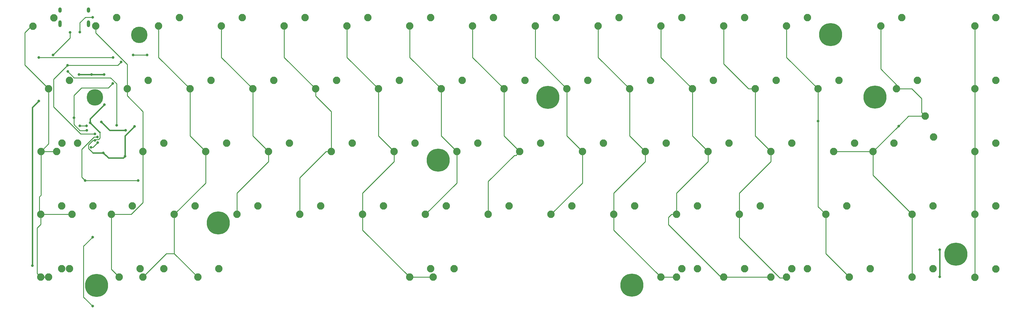
<source format=gbr>
G04 #@! TF.GenerationSoftware,KiCad,Pcbnew,(5.1.9-0-10_14)*
G04 #@! TF.CreationDate,2021-07-16T17:28:01+01:00*
G04 #@! TF.ProjectId,Draytronics-Elise-PCB V2,44726179-7472-46f6-9e69-63732d456c69,rev?*
G04 #@! TF.SameCoordinates,Original*
G04 #@! TF.FileFunction,Copper,L1,Top*
G04 #@! TF.FilePolarity,Positive*
%FSLAX46Y46*%
G04 Gerber Fmt 4.6, Leading zero omitted, Abs format (unit mm)*
G04 Created by KiCad (PCBNEW (5.1.9-0-10_14)) date 2021-07-16 17:28:01*
%MOMM*%
%LPD*%
G01*
G04 APERTURE LIST*
G04 #@! TA.AperFunction,ComponentPad*
%ADD10C,2.250000*%
G04 #@! TD*
G04 #@! TA.AperFunction,ComponentPad*
%ADD11C,7.000240*%
G04 #@! TD*
G04 #@! TA.AperFunction,ComponentPad*
%ADD12C,1.000000*%
G04 #@! TD*
G04 #@! TA.AperFunction,ComponentPad*
%ADD13C,5.000000*%
G04 #@! TD*
G04 #@! TA.AperFunction,ComponentPad*
%ADD14O,1.000000X2.100000*%
G04 #@! TD*
G04 #@! TA.AperFunction,ComponentPad*
%ADD15O,1.000000X1.600000*%
G04 #@! TD*
G04 #@! TA.AperFunction,ViaPad*
%ADD16C,0.800000*%
G04 #@! TD*
G04 #@! TA.AperFunction,Conductor*
%ADD17C,0.381000*%
G04 #@! TD*
G04 #@! TA.AperFunction,Conductor*
%ADD18C,0.250000*%
G04 #@! TD*
G04 APERTURE END LIST*
D10*
G04 #@! TO.P,MX14,2*
G04 #@! TO.N,Net-(D14-Pad2)*
X293573200Y-29768800D03*
G04 #@! TO.P,MX14,1*
G04 #@! TO.N,COL13*
X287223200Y-32308800D03*
G04 #@! TD*
G04 #@! TO.P,MX73,2*
G04 #@! TO.N,Net-(D69-Pad2)*
X322127880Y-105973880D03*
G04 #@! TO.P,MX73,1*
G04 #@! TO.N,COL14*
X315777880Y-108513880D03*
G04 #@! TD*
G04 #@! TO.P,MX1,1*
G04 #@! TO.N,COL0*
X30043120Y-32324040D03*
G04 #@! TO.P,MX1,2*
G04 #@! TO.N,Net-(D1-Pad2)*
X36393120Y-29784040D03*
G04 #@! TD*
G04 #@! TO.P,MX64,2*
G04 #@! TO.N,Net-(D60-Pad2)*
X38785800Y-105968800D03*
G04 #@! TO.P,MX64,1*
G04 #@! TO.N,COL0*
X32435800Y-108508800D03*
G04 #@! TD*
G04 #@! TO.P,MX74,2*
G04 #@! TO.N,Net-(D60-Pad2)*
X41148000Y-105968800D03*
G04 #@! TO.P,MX74,1*
G04 #@! TO.N,COL0*
X34798000Y-108508800D03*
G04 #@! TD*
D11*
G04 #@! TO.P,REF\u002A\u002A,1*
G04 #@! TO.N,N/C*
X86243160Y-92059760D03*
D12*
X86243160Y-89759760D03*
X87443160Y-89759760D03*
X85043160Y-89759760D03*
X86243160Y-94359760D03*
X85043160Y-94359760D03*
X87443160Y-94359760D03*
G04 #@! TD*
G04 #@! TO.P,REF\u002A\u002A,1*
G04 #@! TO.N,N/C*
X212975040Y-113247200D03*
X210575040Y-113247200D03*
X211775040Y-113247200D03*
X210575040Y-108647200D03*
X212975040Y-108647200D03*
X211775040Y-108647200D03*
D11*
X211775040Y-110947200D03*
G04 #@! TD*
G04 #@! TO.P,REF\u002A\u002A,1*
G04 #@! TO.N,N/C*
X310063080Y-101523520D03*
D12*
X310063080Y-99223520D03*
X311263080Y-99223520D03*
X308863080Y-99223520D03*
X310063080Y-103823520D03*
X308863080Y-103823520D03*
X311263080Y-103823520D03*
G04 #@! TD*
G04 #@! TO.P,REF\u002A\u002A,1*
G04 #@! TO.N,N/C*
X286716320Y-56178480D03*
X284316320Y-56178480D03*
X285516320Y-56178480D03*
X284316320Y-51578480D03*
X286716320Y-51578480D03*
X285516320Y-51578480D03*
D11*
X285516320Y-53878480D03*
G04 #@! TD*
G04 #@! TO.P,REF\u002A\u002A,1*
G04 #@! TO.N,N/C*
X272039080Y-34904680D03*
D12*
X272039080Y-32604680D03*
X273239080Y-32604680D03*
X270839080Y-32604680D03*
X272039080Y-37204680D03*
X270839080Y-37204680D03*
X273239080Y-37204680D03*
G04 #@! TD*
G04 #@! TO.P,REF\u002A\u002A,1*
G04 #@! TO.N,N/C*
X187473440Y-56214040D03*
X185073440Y-56214040D03*
X186273440Y-56214040D03*
X185073440Y-51614040D03*
X187473440Y-51614040D03*
X186273440Y-51614040D03*
D11*
X186273440Y-53914040D03*
G04 #@! TD*
G04 #@! TO.P,REF\u002A\u002A,1*
G04 #@! TO.N,N/C*
X152948640Y-72964040D03*
D12*
X152948640Y-70664040D03*
X154148640Y-70664040D03*
X151748640Y-70664040D03*
X152948640Y-75264040D03*
X151748640Y-75264040D03*
X154148640Y-75264040D03*
G04 #@! TD*
G04 #@! TO.P,REF\u002A\u002A,1*
G04 #@! TO.N,N/C*
X50516640Y-113338640D03*
X48116640Y-113338640D03*
X49316640Y-113338640D03*
X48116640Y-108738640D03*
X50516640Y-108738640D03*
X49316640Y-108738640D03*
D11*
X49316640Y-111038640D03*
G04 #@! TD*
D13*
G04 #@! TO.P,REF\u002A\u002A,1*
G04 #@! TO.N,N/C*
X48818800Y-53924200D03*
G04 #@! TD*
G04 #@! TO.P,REF\u002A\u002A,1*
G04 #@! TO.N,N/C*
X62331600Y-34950400D03*
G04 #@! TD*
D14*
G04 #@! TO.P,USB1,13*
G04 #@! TO.N,GND*
X38224800Y-31630600D03*
X46864800Y-31630600D03*
D15*
X38224800Y-27450600D03*
X46864800Y-27450600D03*
G04 #@! TD*
D10*
G04 #@! TO.P,MX78,2*
G04 #@! TO.N,Net-(D65-Pad2)*
X260223000Y-105968800D03*
G04 #@! TO.P,MX78,1*
G04 #@! TO.N,COL10*
X253873000Y-108508800D03*
G04 #@! TD*
G04 #@! TO.P,MX77,2*
G04 #@! TO.N,Net-(D64-Pad2)*
X231648000Y-105968800D03*
G04 #@! TO.P,MX77,1*
G04 #@! TO.N,COL9*
X225298000Y-108508800D03*
G04 #@! TD*
G04 #@! TO.P,MX76,2*
G04 #@! TO.N,Net-(D63-Pad2)*
X150672800Y-105968800D03*
G04 #@! TO.P,MX76,1*
G04 #@! TO.N,COL5*
X144322800Y-108508800D03*
G04 #@! TD*
G04 #@! TO.P,MX75,2*
G04 #@! TO.N,Net-(D62-Pad2)*
X69723000Y-105968800D03*
G04 #@! TO.P,MX75,1*
G04 #@! TO.N,COL2*
X63373000Y-108508800D03*
G04 #@! TD*
G04 #@! TO.P,MX67,2*
G04 #@! TO.N,Net-(D63-Pad2)*
X157835600Y-105968800D03*
G04 #@! TO.P,MX67,1*
G04 #@! TO.N,COL5*
X151485600Y-108508800D03*
G04 #@! TD*
G04 #@! TO.P,MX66,2*
G04 #@! TO.N,Net-(D62-Pad2)*
X86410800Y-105968800D03*
G04 #@! TO.P,MX66,1*
G04 #@! TO.N,COL2*
X80060800Y-108508800D03*
G04 #@! TD*
G04 #@! TO.P,MX65,2*
G04 #@! TO.N,Net-(D61-Pad2)*
X62585600Y-105968800D03*
G04 #@! TO.P,MX65,1*
G04 #@! TO.N,COL1*
X56235600Y-108508800D03*
G04 #@! TD*
G04 #@! TO.P,MX61,2*
G04 #@! TO.N,Net-(D57-Pad2)*
X276910800Y-86918800D03*
G04 #@! TO.P,MX61,1*
G04 #@! TO.N,COL12*
X270560800Y-89458800D03*
G04 #@! TD*
G04 #@! TO.P,MX49,2*
G04 #@! TO.N,Net-(D45-Pad2)*
X48285400Y-86918800D03*
G04 #@! TO.P,MX49,1*
G04 #@! TO.N,COL0*
X41935400Y-89458800D03*
G04 #@! TD*
G04 #@! TO.P,MX48,2*
G04 #@! TO.N,Net-(D45-Pad2)*
X38760400Y-86918800D03*
G04 #@! TO.P,MX48,1*
G04 #@! TO.N,COL0*
X32410400Y-89458800D03*
G04 #@! TD*
G04 #@! TO.P,MX45,2*
G04 #@! TO.N,Net-(D43-Pad2)*
X291236400Y-67868800D03*
G04 #@! TO.P,MX45,1*
G04 #@! TO.N,COL13*
X284886400Y-70408800D03*
G04 #@! TD*
G04 #@! TO.P,MX31,1*
G04 #@! TO.N,COL13*
X300736000Y-59613800D03*
G04 #@! TO.P,MX31,2*
G04 #@! TO.N,Net-(D29-Pad2)*
X303276000Y-65963800D03*
G04 #@! TD*
G04 #@! TO.P,MX72,2*
G04 #@! TO.N,Net-(D68-Pad2)*
X303072800Y-105968800D03*
G04 #@! TO.P,MX72,1*
G04 #@! TO.N,COL13*
X296722800Y-108508800D03*
G04 #@! TD*
G04 #@! TO.P,MX71,2*
G04 #@! TO.N,Net-(D67-Pad2)*
X284022800Y-105968800D03*
G04 #@! TO.P,MX71,1*
G04 #@! TO.N,COL12*
X277672800Y-108508800D03*
G04 #@! TD*
G04 #@! TO.P,MX70,2*
G04 #@! TO.N,Net-(D66-Pad2)*
X264972800Y-105968800D03*
G04 #@! TO.P,MX70,1*
G04 #@! TO.N,COL11*
X258622800Y-108508800D03*
G04 #@! TD*
G04 #@! TO.P,MX69,2*
G04 #@! TO.N,Net-(D65-Pad2)*
X245922800Y-105968800D03*
G04 #@! TO.P,MX69,1*
G04 #@! TO.N,COL10*
X239572800Y-108508800D03*
G04 #@! TD*
G04 #@! TO.P,MX68,2*
G04 #@! TO.N,Net-(D64-Pad2)*
X226872800Y-105968800D03*
G04 #@! TO.P,MX68,1*
G04 #@! TO.N,COL9*
X220522800Y-108508800D03*
G04 #@! TD*
G04 #@! TO.P,MX63,2*
G04 #@! TO.N,Net-(D59-Pad2)*
X322148200Y-86918800D03*
G04 #@! TO.P,MX63,1*
G04 #@! TO.N,COL14*
X315798200Y-89458800D03*
G04 #@! TD*
G04 #@! TO.P,MX62,2*
G04 #@! TO.N,Net-(D58-Pad2)*
X303098200Y-86918800D03*
G04 #@! TO.P,MX62,1*
G04 #@! TO.N,COL13*
X296748200Y-89458800D03*
G04 #@! TD*
G04 #@! TO.P,MX60,2*
G04 #@! TO.N,Net-(D56-Pad2)*
X250723400Y-86918800D03*
G04 #@! TO.P,MX60,1*
G04 #@! TO.N,COL11*
X244373400Y-89458800D03*
G04 #@! TD*
G04 #@! TO.P,MX59,2*
G04 #@! TO.N,Net-(D55-Pad2)*
X231673400Y-86918800D03*
G04 #@! TO.P,MX59,1*
G04 #@! TO.N,COL10*
X225323400Y-89458800D03*
G04 #@! TD*
G04 #@! TO.P,MX58,2*
G04 #@! TO.N,Net-(D54-Pad2)*
X212623400Y-86918800D03*
G04 #@! TO.P,MX58,1*
G04 #@! TO.N,COL9*
X206273400Y-89458800D03*
G04 #@! TD*
G04 #@! TO.P,MX57,2*
G04 #@! TO.N,Net-(D53-Pad2)*
X193573400Y-86918800D03*
G04 #@! TO.P,MX57,1*
G04 #@! TO.N,COL8*
X187223400Y-89458800D03*
G04 #@! TD*
G04 #@! TO.P,MX56,2*
G04 #@! TO.N,Net-(D52-Pad2)*
X174523400Y-86918800D03*
G04 #@! TO.P,MX56,1*
G04 #@! TO.N,COL7*
X168173400Y-89458800D03*
G04 #@! TD*
G04 #@! TO.P,MX55,2*
G04 #@! TO.N,Net-(D51-Pad2)*
X155473400Y-86918800D03*
G04 #@! TO.P,MX55,1*
G04 #@! TO.N,COL6*
X149123400Y-89458800D03*
G04 #@! TD*
G04 #@! TO.P,MX54,2*
G04 #@! TO.N,Net-(D50-Pad2)*
X136423400Y-86918800D03*
G04 #@! TO.P,MX54,1*
G04 #@! TO.N,COL5*
X130073400Y-89458800D03*
G04 #@! TD*
G04 #@! TO.P,MX53,2*
G04 #@! TO.N,Net-(D49-Pad2)*
X117373400Y-86918800D03*
G04 #@! TO.P,MX53,1*
G04 #@! TO.N,COL4*
X111023400Y-89458800D03*
G04 #@! TD*
G04 #@! TO.P,MX52,2*
G04 #@! TO.N,Net-(D48-Pad2)*
X98323400Y-86918800D03*
G04 #@! TO.P,MX52,1*
G04 #@! TO.N,COL3*
X91973400Y-89458800D03*
G04 #@! TD*
G04 #@! TO.P,MX51,2*
G04 #@! TO.N,Net-(D47-Pad2)*
X79273400Y-86918800D03*
G04 #@! TO.P,MX51,1*
G04 #@! TO.N,COL2*
X72923400Y-89458800D03*
G04 #@! TD*
G04 #@! TO.P,MX50,2*
G04 #@! TO.N,Net-(D46-Pad2)*
X60198000Y-86918800D03*
G04 #@! TO.P,MX50,1*
G04 #@! TO.N,COL1*
X53848000Y-89458800D03*
G04 #@! TD*
G04 #@! TO.P,MX47,2*
G04 #@! TO.N,Net-(D44-Pad2)*
X322148200Y-67868800D03*
G04 #@! TO.P,MX47,1*
G04 #@! TO.N,COL14*
X315798200Y-70408800D03*
G04 #@! TD*
G04 #@! TO.P,MX46,2*
G04 #@! TO.N,Net-(D43-Pad2)*
X279323800Y-67868800D03*
G04 #@! TO.P,MX46,1*
G04 #@! TO.N,COL13*
X272973800Y-70408800D03*
G04 #@! TD*
G04 #@! TO.P,MX44,2*
G04 #@! TO.N,Net-(D42-Pad2)*
X260273800Y-67868800D03*
G04 #@! TO.P,MX44,1*
G04 #@! TO.N,COL11*
X253923800Y-70408800D03*
G04 #@! TD*
G04 #@! TO.P,MX43,2*
G04 #@! TO.N,Net-(D41-Pad2)*
X241223800Y-67868800D03*
G04 #@! TO.P,MX43,1*
G04 #@! TO.N,COL10*
X234873800Y-70408800D03*
G04 #@! TD*
G04 #@! TO.P,MX42,2*
G04 #@! TO.N,Net-(D40-Pad2)*
X222173800Y-67868800D03*
G04 #@! TO.P,MX42,1*
G04 #@! TO.N,COL9*
X215823800Y-70408800D03*
G04 #@! TD*
G04 #@! TO.P,MX41,2*
G04 #@! TO.N,Net-(D39-Pad2)*
X203123800Y-67868800D03*
G04 #@! TO.P,MX41,1*
G04 #@! TO.N,COL8*
X196773800Y-70408800D03*
G04 #@! TD*
G04 #@! TO.P,MX40,2*
G04 #@! TO.N,Net-(D38-Pad2)*
X184073800Y-67868800D03*
G04 #@! TO.P,MX40,1*
G04 #@! TO.N,COL7*
X177723800Y-70408800D03*
G04 #@! TD*
G04 #@! TO.P,MX39,2*
G04 #@! TO.N,Net-(D37-Pad2)*
X165023800Y-67868800D03*
G04 #@! TO.P,MX39,1*
G04 #@! TO.N,COL6*
X158673800Y-70408800D03*
G04 #@! TD*
G04 #@! TO.P,MX38,2*
G04 #@! TO.N,Net-(D36-Pad2)*
X145973800Y-67868800D03*
G04 #@! TO.P,MX38,1*
G04 #@! TO.N,COL5*
X139623800Y-70408800D03*
G04 #@! TD*
G04 #@! TO.P,MX37,2*
G04 #@! TO.N,Net-(D35-Pad2)*
X126898400Y-67868800D03*
G04 #@! TO.P,MX37,1*
G04 #@! TO.N,COL4*
X120548400Y-70408800D03*
G04 #@! TD*
G04 #@! TO.P,MX36,2*
G04 #@! TO.N,Net-(D34-Pad2)*
X107848400Y-67868800D03*
G04 #@! TO.P,MX36,1*
G04 #@! TO.N,COL3*
X101498400Y-70408800D03*
G04 #@! TD*
G04 #@! TO.P,MX35,2*
G04 #@! TO.N,Net-(D33-Pad2)*
X88798400Y-67868800D03*
G04 #@! TO.P,MX35,1*
G04 #@! TO.N,COL2*
X82448400Y-70408800D03*
G04 #@! TD*
G04 #@! TO.P,MX34,2*
G04 #@! TO.N,Net-(D32-Pad2)*
X69748400Y-67868800D03*
G04 #@! TO.P,MX34,1*
G04 #@! TO.N,COL1*
X63398400Y-70408800D03*
G04 #@! TD*
G04 #@! TO.P,MX33,2*
G04 #@! TO.N,Net-(D31-Pad2)*
X43561000Y-67868800D03*
G04 #@! TO.P,MX33,1*
G04 #@! TO.N,COL0*
X37211000Y-70408800D03*
G04 #@! TD*
G04 #@! TO.P,MX32,2*
G04 #@! TO.N,Net-(D31-Pad2)*
X38811200Y-67843400D03*
G04 #@! TO.P,MX32,1*
G04 #@! TO.N,COL0*
X32461200Y-70383400D03*
G04 #@! TD*
G04 #@! TO.P,MX30,2*
G04 #@! TO.N,Net-(D30-Pad2)*
X322148200Y-48818800D03*
G04 #@! TO.P,MX30,1*
G04 #@! TO.N,COL14*
X315798200Y-51358800D03*
G04 #@! TD*
G04 #@! TO.P,MX29,2*
G04 #@! TO.N,Net-(D29-Pad2)*
X298323000Y-48818800D03*
G04 #@! TO.P,MX29,1*
G04 #@! TO.N,COL13*
X291973000Y-51358800D03*
G04 #@! TD*
G04 #@! TO.P,MX28,2*
G04 #@! TO.N,Net-(D28-Pad2)*
X274548600Y-48818800D03*
G04 #@! TO.P,MX28,1*
G04 #@! TO.N,COL12*
X268198600Y-51358800D03*
G04 #@! TD*
G04 #@! TO.P,MX27,2*
G04 #@! TO.N,Net-(D27-Pad2)*
X255524000Y-48818800D03*
G04 #@! TO.P,MX27,1*
G04 #@! TO.N,COL11*
X249174000Y-51358800D03*
G04 #@! TD*
G04 #@! TO.P,MX26,2*
G04 #@! TO.N,Net-(D26-Pad2)*
X236448600Y-48818800D03*
G04 #@! TO.P,MX26,1*
G04 #@! TO.N,COL10*
X230098600Y-51358800D03*
G04 #@! TD*
G04 #@! TO.P,MX25,2*
G04 #@! TO.N,Net-(D25-Pad2)*
X217373200Y-48818800D03*
G04 #@! TO.P,MX25,1*
G04 #@! TO.N,COL9*
X211023200Y-51358800D03*
G04 #@! TD*
G04 #@! TO.P,MX24,2*
G04 #@! TO.N,Net-(D24-Pad2)*
X198323200Y-48818800D03*
G04 #@! TO.P,MX24,1*
G04 #@! TO.N,COL8*
X191973200Y-51358800D03*
G04 #@! TD*
G04 #@! TO.P,MX23,2*
G04 #@! TO.N,Net-(D23-Pad2)*
X179273200Y-48818800D03*
G04 #@! TO.P,MX23,1*
G04 #@! TO.N,COL7*
X172923200Y-51358800D03*
G04 #@! TD*
G04 #@! TO.P,MX22,2*
G04 #@! TO.N,Net-(D22-Pad2)*
X160223200Y-48818800D03*
G04 #@! TO.P,MX22,1*
G04 #@! TO.N,COL6*
X153873200Y-51358800D03*
G04 #@! TD*
G04 #@! TO.P,MX21,2*
G04 #@! TO.N,Net-(D21-Pad2)*
X141173200Y-48818800D03*
G04 #@! TO.P,MX21,1*
G04 #@! TO.N,COL5*
X134823200Y-51358800D03*
G04 #@! TD*
G04 #@! TO.P,MX20,2*
G04 #@! TO.N,Net-(D20-Pad2)*
X122123200Y-48818800D03*
G04 #@! TO.P,MX20,1*
G04 #@! TO.N,COL4*
X115773200Y-51358800D03*
G04 #@! TD*
G04 #@! TO.P,MX19,2*
G04 #@! TO.N,Net-(D19-Pad2)*
X103073200Y-48818800D03*
G04 #@! TO.P,MX19,1*
G04 #@! TO.N,COL3*
X96723200Y-51358800D03*
G04 #@! TD*
G04 #@! TO.P,MX18,2*
G04 #@! TO.N,Net-(D18-Pad2)*
X84023200Y-48818800D03*
G04 #@! TO.P,MX18,1*
G04 #@! TO.N,COL2*
X77673200Y-51358800D03*
G04 #@! TD*
G04 #@! TO.P,MX17,2*
G04 #@! TO.N,Net-(D17-Pad2)*
X64998600Y-48818800D03*
G04 #@! TO.P,MX17,1*
G04 #@! TO.N,COL1*
X58648600Y-51358800D03*
G04 #@! TD*
G04 #@! TO.P,MX16,2*
G04 #@! TO.N,Net-(D16-Pad2)*
X41173400Y-48818800D03*
G04 #@! TO.P,MX16,1*
G04 #@! TO.N,COL0*
X34823400Y-51358800D03*
G04 #@! TD*
G04 #@! TO.P,MX15,2*
G04 #@! TO.N,Net-(D15-Pad2)*
X322148200Y-29768800D03*
G04 #@! TO.P,MX15,1*
G04 #@! TO.N,COL14*
X315798200Y-32308800D03*
G04 #@! TD*
G04 #@! TO.P,MX13,2*
G04 #@! TO.N,Net-(D13-Pad2)*
X264998200Y-29768800D03*
G04 #@! TO.P,MX13,1*
G04 #@! TO.N,COL12*
X258648200Y-32308800D03*
G04 #@! TD*
G04 #@! TO.P,MX12,2*
G04 #@! TO.N,Net-(D12-Pad2)*
X245948200Y-29768800D03*
G04 #@! TO.P,MX12,1*
G04 #@! TO.N,COL11*
X239598200Y-32308800D03*
G04 #@! TD*
G04 #@! TO.P,MX11,2*
G04 #@! TO.N,Net-(D11-Pad2)*
X226898200Y-29768800D03*
G04 #@! TO.P,MX11,1*
G04 #@! TO.N,COL10*
X220548200Y-32308800D03*
G04 #@! TD*
G04 #@! TO.P,MX10,2*
G04 #@! TO.N,Net-(D10-Pad2)*
X207848200Y-29768800D03*
G04 #@! TO.P,MX10,1*
G04 #@! TO.N,COL9*
X201498200Y-32308800D03*
G04 #@! TD*
G04 #@! TO.P,MX9,2*
G04 #@! TO.N,Net-(D9-Pad2)*
X188798200Y-29768800D03*
G04 #@! TO.P,MX9,1*
G04 #@! TO.N,COL8*
X182448200Y-32308800D03*
G04 #@! TD*
G04 #@! TO.P,MX8,2*
G04 #@! TO.N,Net-(D8-Pad2)*
X169748200Y-29768800D03*
G04 #@! TO.P,MX8,1*
G04 #@! TO.N,COL7*
X163398200Y-32308800D03*
G04 #@! TD*
G04 #@! TO.P,MX7,2*
G04 #@! TO.N,Net-(D7-Pad2)*
X150698200Y-29768800D03*
G04 #@! TO.P,MX7,1*
G04 #@! TO.N,COL6*
X144348200Y-32308800D03*
G04 #@! TD*
G04 #@! TO.P,MX6,2*
G04 #@! TO.N,Net-(D6-Pad2)*
X131648200Y-29768800D03*
G04 #@! TO.P,MX6,1*
G04 #@! TO.N,COL5*
X125298200Y-32308800D03*
G04 #@! TD*
G04 #@! TO.P,MX5,2*
G04 #@! TO.N,Net-(D5-Pad2)*
X112598200Y-29768800D03*
G04 #@! TO.P,MX5,1*
G04 #@! TO.N,COL4*
X106248200Y-32308800D03*
G04 #@! TD*
G04 #@! TO.P,MX4,2*
G04 #@! TO.N,Net-(D4-Pad2)*
X93548200Y-29768800D03*
G04 #@! TO.P,MX4,1*
G04 #@! TO.N,COL3*
X87198200Y-32308800D03*
G04 #@! TD*
G04 #@! TO.P,MX3,2*
G04 #@! TO.N,Net-(D3-Pad2)*
X74498200Y-29768800D03*
G04 #@! TO.P,MX3,1*
G04 #@! TO.N,COL2*
X68148200Y-32308800D03*
G04 #@! TD*
G04 #@! TO.P,MX2,2*
G04 #@! TO.N,Net-(D2-Pad2)*
X55448200Y-29768800D03*
G04 #@! TO.P,MX2,1*
G04 #@! TO.N,COL1*
X49098200Y-32308800D03*
G04 #@! TD*
D16*
G04 #@! TO.N,RESET*
X46300000Y-62600000D03*
X44300000Y-62600000D03*
G04 #@! TO.N,GND*
X58115050Y-63931650D03*
X50810160Y-61391800D03*
X305100000Y-108400000D03*
X305100000Y-100200000D03*
G04 #@! TO.N,+5V*
X48800000Y-67000000D03*
X57989955Y-71842145D03*
X51361400Y-70774500D03*
X60833000Y-62776100D03*
X47365920Y-61645800D03*
X43990501Y-46990501D03*
X47808550Y-46991450D03*
X51709301Y-56126835D03*
X51591450Y-46991450D03*
X31850000Y-55050000D03*
X29874899Y-104974899D03*
G04 #@! TO.N,Net-(C7-Pad1)*
X49707800Y-67640200D03*
X47650400Y-69113400D03*
G04 #@! TO.N,ROW0*
X48800000Y-65000000D03*
X40549001Y-44236199D03*
X56800000Y-43200000D03*
X60454600Y-41045400D03*
X64654600Y-41045400D03*
G04 #@! TO.N,ROW1*
X46390560Y-63947040D03*
X42469800Y-60120800D03*
X54250000Y-49750000D03*
G04 #@! TO.N,ROW2*
X49600000Y-66000000D03*
X61938900Y-79196200D03*
X45911500Y-79196200D03*
G04 #@! TO.N,ROW4*
X48145700Y-96329500D03*
X48146700Y-117308900D03*
G04 #@! TO.N,Net-(D70-Pad2)*
X31850000Y-41850000D03*
X54350000Y-41850000D03*
G04 #@! TO.N,RGBLED*
X55406800Y-62403480D03*
X40600602Y-46100000D03*
G04 #@! TO.N,COL12*
X268198600Y-61125100D03*
G04 #@! TO.N,COL13*
X292658800Y-62636400D03*
G04 #@! TO.N,Net-(R4-Pad2)*
X41292780Y-34180780D03*
X36126920Y-41040820D03*
G04 #@! TO.N,Net-(R5-Pad2)*
X48127920Y-29624020D03*
X44295060Y-34137600D03*
G04 #@! TD*
D17*
G04 #@! TO.N,GND*
X53350010Y-63931650D02*
X50810160Y-61391800D01*
X58115050Y-63931650D02*
X53350010Y-63931650D01*
X305100000Y-108400000D02*
X305100000Y-100200000D01*
X305100000Y-100200000D02*
X305100000Y-100200000D01*
G04 #@! TO.N,+5V*
X51361400Y-70774500D02*
X52946300Y-72359400D01*
X57472700Y-72359400D02*
X57989955Y-71842145D01*
X52946300Y-72359400D02*
X57472700Y-72359400D01*
D18*
X46925399Y-69461401D02*
X48238498Y-70774500D01*
D17*
X48238498Y-70774500D02*
X51361400Y-70774500D01*
D18*
X46925399Y-68308916D02*
X46925399Y-69461401D01*
X48234315Y-67000000D02*
X46925399Y-68308916D01*
X48800000Y-67000000D02*
X48234315Y-67000000D01*
X49074999Y-66725001D02*
X48800000Y-67000000D01*
X49948001Y-66725001D02*
X49074999Y-66725001D01*
X50325001Y-64536301D02*
X50325001Y-66348001D01*
X50325001Y-66348001D02*
X49948001Y-66725001D01*
D17*
X57989955Y-65619145D02*
X60833000Y-62776100D01*
X57989955Y-71842145D02*
X57989955Y-65619145D01*
X50256421Y-64536301D02*
X47365920Y-61645800D01*
X50325001Y-64536301D02*
X50256421Y-64536301D01*
X47807601Y-46990501D02*
X47808550Y-46991450D01*
X43990501Y-46990501D02*
X47807601Y-46990501D01*
X47365920Y-60470216D02*
X51709301Y-56126835D01*
X47365920Y-61645800D02*
X47365920Y-60470216D01*
X47808550Y-46991450D02*
X51591450Y-46991450D01*
X51591450Y-46991450D02*
X51591450Y-46991450D01*
X29874899Y-57025101D02*
X29874899Y-104974899D01*
X31850000Y-55050000D02*
X29874899Y-57025101D01*
X29874899Y-104974899D02*
X29874899Y-104974899D01*
D18*
G04 #@! TO.N,Net-(C7-Pad1)*
X48234600Y-69113400D02*
X47650400Y-69113400D01*
X49707800Y-67640200D02*
X48234600Y-69113400D01*
G04 #@! TO.N,ROW0*
X36314499Y-56814499D02*
X36314499Y-48470701D01*
X36314499Y-48470701D02*
X40549001Y-44236199D01*
X44500000Y-65000000D02*
X36314499Y-56814499D01*
X48800000Y-65000000D02*
X44500000Y-65000000D01*
X40549001Y-44236199D02*
X55763801Y-44236199D01*
X55763801Y-44236199D02*
X56800000Y-43200000D01*
X56800000Y-43200000D02*
X56800000Y-43200000D01*
X60454600Y-41045400D02*
X64654600Y-41045400D01*
G04 #@! TO.N,ROW1*
X42469800Y-53366398D02*
X42469800Y-60120800D01*
X44736999Y-51099199D02*
X42469800Y-53366398D01*
X52900801Y-51099199D02*
X44736999Y-51099199D01*
X54250000Y-49750000D02*
X54250000Y-49750000D01*
X54250000Y-49750000D02*
X52900801Y-51099199D01*
X44300000Y-64000000D02*
X42469800Y-62169800D01*
X42469800Y-62169800D02*
X42469800Y-60120800D01*
X46349000Y-64000000D02*
X44300000Y-64000000D01*
G04 #@! TO.N,ROW2*
X61938900Y-79196200D02*
X45911500Y-79196200D01*
X49600000Y-66000000D02*
X48597905Y-66000000D01*
X48597905Y-66000000D02*
X44900999Y-69696906D01*
X44900999Y-78185699D02*
X45911500Y-79196200D01*
X44900999Y-69696906D02*
X44900999Y-78185699D01*
G04 #@! TO.N,ROW4*
X45389800Y-114552000D02*
X48146700Y-117308900D01*
X45389800Y-99085400D02*
X45389800Y-114552000D01*
X48145700Y-96329500D02*
X45389800Y-99085400D01*
G04 #@! TO.N,Net-(D70-Pad2)*
X31850000Y-41850000D02*
X54350000Y-41850000D01*
X54350000Y-41850000D02*
X54350000Y-41850000D01*
G04 #@! TO.N,RGBLED*
X55406800Y-49833798D02*
X53573002Y-48000000D01*
X55406800Y-62403480D02*
X55406800Y-49833798D01*
X42500602Y-48000000D02*
X40600602Y-46100000D01*
X53573002Y-48000000D02*
X42500602Y-48000000D01*
X40600602Y-46100000D02*
X40600602Y-46100000D01*
G04 #@! TO.N,COL0*
X32410400Y-89458800D02*
X41935400Y-89458800D01*
X34823400Y-51358800D02*
X34823400Y-68021200D01*
X34823400Y-68021200D02*
X32461200Y-70383400D01*
X32461200Y-70383400D02*
X37185600Y-70383400D01*
X37185600Y-70383400D02*
X37211000Y-70408800D01*
X32461200Y-70383400D02*
X32461200Y-83655228D01*
X31990149Y-84126279D02*
X31990149Y-89038549D01*
X32461200Y-83655228D02*
X31990149Y-84126279D01*
X31990149Y-89038549D02*
X32410400Y-89458800D01*
X32435800Y-108508800D02*
X31310801Y-107383801D01*
X31310801Y-107383801D02*
X31310801Y-93604401D01*
X31310801Y-93604401D02*
X32410400Y-92504802D01*
X32410400Y-92504802D02*
X32410400Y-89458800D01*
X34798000Y-108508800D02*
X32435800Y-108508800D01*
X27573119Y-34288039D02*
X29537118Y-32324040D01*
X27573119Y-44108519D02*
X27573119Y-34288039D01*
X29537118Y-32324040D02*
X30043120Y-32324040D01*
X34823400Y-51358800D02*
X27573119Y-44108519D01*
G04 #@! TO.N,COL1*
X53848000Y-89458800D02*
X53848000Y-106121200D01*
X53848000Y-106121200D02*
X56235600Y-108508800D01*
X63398400Y-70408800D02*
X63398400Y-85864402D01*
X63398400Y-85864402D02*
X59804002Y-89458800D01*
X59804002Y-89458800D02*
X53848000Y-89458800D01*
X58648600Y-43948600D02*
X58648600Y-51358800D01*
X49098200Y-34398200D02*
X58648600Y-43948600D01*
X49098200Y-32308800D02*
X49098200Y-34398200D01*
X58648600Y-51358800D02*
X58648600Y-53477160D01*
X58648600Y-53477160D02*
X63398400Y-58226960D01*
X63398400Y-58226960D02*
X63398400Y-70408800D01*
G04 #@! TO.N,COL2*
X63373000Y-108508800D02*
X70510400Y-101371400D01*
X70510400Y-101371400D02*
X72923400Y-101371400D01*
X72923400Y-89458800D02*
X72923400Y-101371400D01*
X72923400Y-101371400D02*
X80060800Y-108508800D01*
X82448400Y-70408800D02*
X82448400Y-79933800D01*
X82448400Y-79933800D02*
X72923400Y-89458800D01*
X77673200Y-51358800D02*
X77673200Y-65633600D01*
X77673200Y-65633600D02*
X82448400Y-70408800D01*
X68148200Y-32308800D02*
X68148200Y-41833800D01*
X68148200Y-41833800D02*
X77673200Y-51358800D01*
G04 #@! TO.N,COL3*
X101498400Y-70408800D02*
X101498400Y-73454802D01*
X101498400Y-73454802D02*
X91973400Y-82979802D01*
X91973400Y-82979802D02*
X91973400Y-89458800D01*
X96723200Y-51358800D02*
X96723200Y-65633600D01*
X96723200Y-65633600D02*
X101498400Y-70408800D01*
X87198200Y-32308800D02*
X87198200Y-41833800D01*
X87198200Y-41833800D02*
X96723200Y-51358800D01*
G04 #@! TO.N,COL4*
X120548400Y-70408800D02*
X118957410Y-70408800D01*
X118957410Y-70408800D02*
X111023400Y-78342810D01*
X111023400Y-78342810D02*
X111023400Y-89458800D01*
X115773200Y-51358800D02*
X115773200Y-53520774D01*
X115773200Y-53520774D02*
X120548400Y-58295974D01*
X120548400Y-58295974D02*
X120548400Y-70408800D01*
X106248200Y-32308800D02*
X106248200Y-41833800D01*
X106248200Y-41833800D02*
X115773200Y-51358800D01*
G04 #@! TO.N,COL5*
X144322800Y-108508800D02*
X151485600Y-108508800D01*
X130073400Y-89458800D02*
X130073400Y-94259400D01*
X130073400Y-94259400D02*
X144322800Y-108508800D01*
X139623800Y-70408800D02*
X139623800Y-73454802D01*
X130073400Y-83005202D02*
X130073400Y-89458800D01*
X139623800Y-73454802D02*
X130073400Y-83005202D01*
X134823200Y-51358800D02*
X134823200Y-65608200D01*
X134823200Y-65608200D02*
X139623800Y-70408800D01*
X125298200Y-32308800D02*
X125298200Y-41833800D01*
X125298200Y-41833800D02*
X134823200Y-51358800D01*
G04 #@! TO.N,COL6*
X158673800Y-70408800D02*
X158673800Y-79908400D01*
X158673800Y-79908400D02*
X149123400Y-89458800D01*
X153873200Y-51358800D02*
X153873200Y-65608200D01*
X153873200Y-65608200D02*
X158673800Y-70408800D01*
X144348200Y-32308800D02*
X144348200Y-41833800D01*
X144348200Y-41833800D02*
X153873200Y-51358800D01*
G04 #@! TO.N,COL7*
X177723800Y-70408800D02*
X176598801Y-71533799D01*
X176092799Y-71533799D02*
X168173400Y-79453198D01*
X176598801Y-71533799D02*
X176092799Y-71533799D01*
X168173400Y-79453198D02*
X168173400Y-89458800D01*
X172923200Y-51358800D02*
X172923200Y-65608200D01*
X172923200Y-65608200D02*
X177723800Y-70408800D01*
X163398200Y-32308800D02*
X163398200Y-41833800D01*
X163398200Y-41833800D02*
X172923200Y-51358800D01*
G04 #@! TO.N,COL8*
X182448200Y-32308800D02*
X182448200Y-41833800D01*
X182448200Y-41833800D02*
X191973200Y-51358800D01*
X191973200Y-51358800D02*
X191973200Y-65608200D01*
X191973200Y-65608200D02*
X196773800Y-70408800D01*
X196773800Y-70408800D02*
X196773800Y-79908400D01*
X196773800Y-79908400D02*
X187223400Y-89458800D01*
G04 #@! TO.N,COL9*
X220522800Y-108508800D02*
X225298000Y-108508800D01*
X206273400Y-89458800D02*
X206273400Y-94259400D01*
X206273400Y-94259400D02*
X220522800Y-108508800D01*
X215823800Y-70408800D02*
X215823800Y-73454802D01*
X206273400Y-83005202D02*
X206273400Y-89458800D01*
X215823800Y-73454802D02*
X206273400Y-83005202D01*
X211023200Y-51358800D02*
X211023200Y-65608200D01*
X211023200Y-65608200D02*
X215823800Y-70408800D01*
X201498200Y-32308800D02*
X201498200Y-41833800D01*
X201498200Y-41833800D02*
X211023200Y-51358800D01*
G04 #@! TO.N,COL10*
X239572800Y-108508800D02*
X253873000Y-108508800D01*
X225323400Y-89458800D02*
X223732410Y-89458800D01*
X222853399Y-92574801D02*
X238787398Y-108508800D01*
X223732410Y-89458800D02*
X222853399Y-90337811D01*
X222853399Y-90337811D02*
X222853399Y-92574801D01*
X238787398Y-108508800D02*
X239572800Y-108508800D01*
X234873800Y-70408800D02*
X234873800Y-73454802D01*
X234873800Y-73454802D02*
X225323400Y-83005202D01*
X225323400Y-83005202D02*
X225323400Y-89458800D01*
X230098600Y-51358800D02*
X230098600Y-65633600D01*
X230098600Y-65633600D02*
X234873800Y-70408800D01*
X220548200Y-32308800D02*
X220548200Y-41808400D01*
X220548200Y-41808400D02*
X230098600Y-51358800D01*
G04 #@! TO.N,COL11*
X244373400Y-89458800D02*
X244373400Y-96456500D01*
X244373400Y-96456500D02*
X256646799Y-108729899D01*
X256646799Y-108729899D02*
X258401701Y-108729899D01*
X258401701Y-108729899D02*
X258622800Y-108508800D01*
X253923800Y-70408800D02*
X253923800Y-73454802D01*
X253923800Y-73454802D02*
X244373400Y-83005202D01*
X244373400Y-83005202D02*
X244373400Y-89458800D01*
X249174000Y-51358800D02*
X249174000Y-65659000D01*
X249174000Y-65659000D02*
X253923800Y-70408800D01*
X239598200Y-32308800D02*
X239598200Y-43816998D01*
X239598200Y-43816998D02*
X247140002Y-51358800D01*
X247140002Y-51358800D02*
X249174000Y-51358800D01*
G04 #@! TO.N,COL12*
X270560800Y-89458800D02*
X270560800Y-101396800D01*
X270560800Y-101396800D02*
X277672800Y-108508800D01*
X268198600Y-51358800D02*
X268198600Y-61125100D01*
X268198600Y-87096600D02*
X270560800Y-89458800D01*
X258648200Y-32308800D02*
X258648200Y-41808400D01*
X258648200Y-41808400D02*
X268198600Y-51358800D01*
X268198600Y-61125100D02*
X268198600Y-87096600D01*
G04 #@! TO.N,COL13*
X300736000Y-59613800D02*
X295681400Y-59613800D01*
X295681400Y-59613800D02*
X292658800Y-62636400D01*
X284886400Y-70408800D02*
X284886400Y-77597000D01*
X284886400Y-77597000D02*
X296748200Y-89458800D01*
X272973800Y-70408800D02*
X284886400Y-70408800D01*
X300736000Y-59613800D02*
X299611001Y-58488801D01*
X299611001Y-58488801D02*
X299611001Y-54294827D01*
X296674974Y-51358800D02*
X292259901Y-51358800D01*
X299611001Y-54294827D02*
X296674974Y-51358800D01*
X287223200Y-32308800D02*
X287223200Y-45336026D01*
X287223200Y-45336026D02*
X292259901Y-50372727D01*
X292259901Y-50372727D02*
X292259901Y-51358800D01*
X296722800Y-108508800D02*
X296722800Y-89484200D01*
X296722800Y-89484200D02*
X296748200Y-89458800D01*
X292658800Y-62636400D02*
X284886400Y-70408800D01*
G04 #@! TO.N,COL14*
X315798200Y-32308800D02*
X315798200Y-108508800D01*
G04 #@! TO.N,RESET*
X44300000Y-62600000D02*
X46300000Y-62600000D01*
G04 #@! TO.N,Net-(R4-Pad2)*
X41292780Y-35874960D02*
X41292780Y-34180780D01*
X36126920Y-41040820D02*
X41292780Y-35874960D01*
G04 #@! TO.N,Net-(R5-Pad2)*
X44295060Y-31278338D02*
X44295060Y-34137600D01*
X45949378Y-29624020D02*
X44295060Y-31278338D01*
X48127920Y-29624020D02*
X45949378Y-29624020D01*
G04 #@! TD*
M02*

</source>
